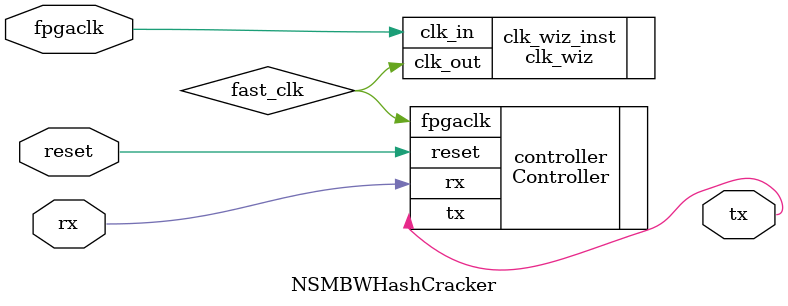
<source format=v>
`timescale 1ns / 1ps

module NSMBWHashCracker(
    input fpgaclk,
    input rx,
    output tx,
    input reset
);

wire fast_clk;
clk_wiz clk_wiz_inst(
    .clk_in(fpgaclk),
    .clk_out(fast_clk)
);

Controller #(
    .CLKS_PER_BIT(851)
) controller(
    .fpgaclk(fast_clk),
    .rx(rx),
    .tx(tx),
    .reset(reset)
);

endmodule

</source>
